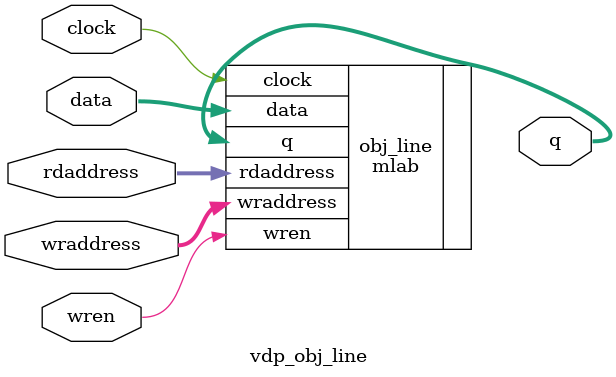
<source format=v>
module vdp_cram (
	input        clock,
	input  [5:0] address_a,
	output [8:0] q_a,
	input  [5:0] address_b,
	input        wren_b,
	input  [8:0] data_b,
	output [8:0] q_b
);

	dpram #(6,9) CRAM
	(
		.clock(clock),
		.data_b(data_b),
		.address_a(address_a),
		.address_b(address_b),
		.wren_b(wren_b),
		.q_a(q_a),
		.q_b(q_b)
	);

endmodule

module vdp_vsram (
	input         clock,
	input   [4:0] address_a,
	output [21:0] q_a,
	input   [5:0] address_b,
	input         wren_b,
	input  [10:0] data_b,
	output [21:0] q_b
);

	dpram_dif #(5,22,6,11) VSRAM
	(
		.clock(clock),
		.data_b(data_b),
		.address_a(address_a),
		.address_b(address_b),
		.wren_b(wren_b),
		.q_a(q_a),
		.q_b(q_b)
	);

endmodule

module vdp_obj_visinfo (
	input         clock,
	input   [5:0] address_a,
	output  [6:0] q_a,
	input   [5:0] address_b,
	input         wren_b,
	input   [6:0] data_b
);

	dpram #(6,7) obj_visinfo
	(
		.clock(clock),
		.address_a(address_a),
		.q_a(q_a),
		.address_b(address_b),
		.data_b(data_b),
		.wren_b(wren_b)
	);

endmodule

module vdp_obj_spinfo (
	input         clock,
	input   [5:0] address_a,
	output [34:0] q_a,
	input   [5:0] address_b,
	input         wren_b,
	input  [34:0] data_b
);

	dpram #(6,35) obj_spinfo
	(
		.clock(clock),
		.address_a(address_a),
		.q_a(q_a),
		.address_b(address_b),
		.data_b(data_b),
		.wren_b(wren_b)
	);

endmodule

module vdp_obj_line (
	input         clock,
	input   [8:0] rdaddress,
	output reg [7:0] q,
	input   [8:0] wraddress,
	input         wren,
	input   [7:0] data
);

	mlab #(9,8) obj_line
	(
		.clock(clock),
		.rdaddress(rdaddress),
		.wraddress(wraddress),
		.data(data),
		.wren(wren),
		.q(q)
	);

endmodule

</source>
